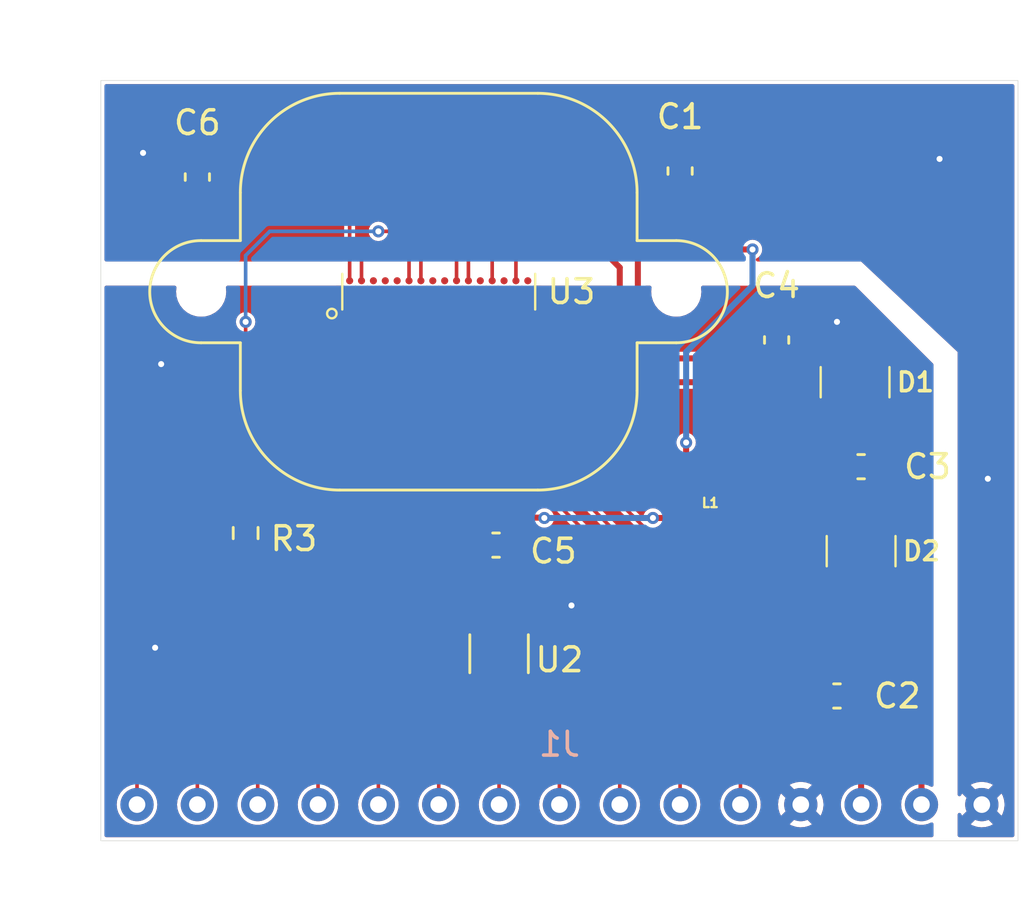
<source format=kicad_pcb>
(kicad_pcb (version 20211014) (generator pcbnew)
  (title_block (title "HRS Breakout Board") (rev "v01") (comment 4 "Author: Tyler Franks"))
  (layers (0 "F.Cu" signal) (31 "B.Cu" signal) (34 "B.Paste" user) (35 "F.Paste" user) (36 "B.SilkS" user "B.Silkscreen") (37 "F.SilkS" user "F.Silkscreen") (38 "B.Mask" user) (39 "F.Mask" user) (44 "Edge.Cuts" user))
  (net 0 "")
  (net 1 "/VDD_7V0")
  (net 2 "/VDD_5V0")
  (net 3 "/VDD_3V")
  (net 4 "/VDD_5V")
  (net 5 "Net-(R3-Pad1)")
  (net 6 "/AGND")
  (net 7 "/PWR_DOWN")
  (net 8 "/CLR_DATA")
  (net 9 "/DATA_RDY")
  (net 10 "/CLR_PIX")
  (net 11 "/SHUTTER")
  (net 12 "/VIDEO_P")
  (net 13 "/READ")
  (net 14 "/SDA")
  (net 15 "/SCL")
  (net 16 "/VDD")
  (net 17 "/DGND")
  (net 18 "Net-(C6-Pad2)")
  (net 19 "/SCLK")
  (net 20 "/SDATA")
  (net 21 "/~{CS}")
  (footprint "HRS:MountingHole_1.6mm" (layer "F.Cu") (at 150.180001 100.329989)
    (fp_text reference "REF**")
    (fp_text value "MountingHole_1.6mm")
    (pad "" np_thru_hole circle (at -4.29 0) (size 1.8 1.8) (drill 1.8) (layers F&B.Cu *.Mask))
  )
  (footprint "HRS:C_0603_1608Metric" (layer "F.Cu") (at 153.67 107.696)
    (fp_text reference "C3" (at 2.794 0) (layer "F.SilkS"))
    (fp_text value "2.2uF")
    (fp_line (start -0.14058 0.51) (end 0.14058 0.51) (layer "F.SilkS") (width 0.12))
    (fp_line (start -0.14058 -0.51) (end 0.14058 -0.51) (layer "F.SilkS") (width 0.12))
    (pad "1" smd roundrect (at -0.775 0) (size 0.9 0.95) (layers "F.Cu" "F.Paste" "F.Mask") (net 6 "/AGND"))
    (pad "2" smd roundrect (at 0.775 0) (size 0.9 0.95) (layers "F.Cu" "F.Paste" "F.Mask") (net 2 "/VDD_5V0"))
  )
  (footprint "HRS:R_0603_1608Metric" (layer "F.Cu") (at 127.762 110.49 -90)
    (fp_text reference "R3" (at 0.237258 -2.032 180) (layer "F.SilkS"))
    (fp_text value "56k")
    (fp_line (start -0.237258 -0.5225) (end 0.237258 -0.5225) (layer "F.SilkS") (width 0.12))
    (fp_line (start -0.237258 0.5225) (end 0.237258 0.5225) (layer "F.SilkS") (width 0.12))
    (pad "1" smd roundrect (at -0.825 0 270) (size 0.8 0.95) (layers "F.Cu" "F.Paste" "F.Mask") (net 5 "Net-(R3-Pad1)"))
    (pad "2" smd roundrect (at 0.825 0 270) (size 0.8 0.95) (layers "F.Cu" "F.Paste" "F.Mask") (net 6 "/AGND"))
  )
  (footprint "HRS:C_0603_1608Metric" (layer "F.Cu") (at 146.05 95.25 -90)
    (fp_text reference "C1" (at -2.286 0 -180) (layer "F.SilkS"))
    (fp_text value "1.0uF")
    (fp_line (start -0.14058 -0.51) (end 0.14058 -0.51) (layer "F.SilkS") (width 0.12))
    (fp_line (start -0.14058 0.51) (end 0.14058 0.51) (layer "F.SilkS") (width 0.12))
    (pad "1" smd roundrect (at -0.775 0 270) (size 0.9 0.95) (layers "F.Cu" "F.Paste" "F.Mask") (net 17 "/DGND"))
    (pad "2" smd roundrect (at 0.775 0 270) (size 0.9 0.95) (layers "F.Cu" "F.Paste" "F.Mask") (net 16 "/VDD"))
  )
  (footprint "HRS:AD7476" (layer "F.Cu") (at 138.43 115.57 -90)
    (fp_text reference "U2" (at 0.254 -2.54 180) (layer "F.SilkS"))
    (fp_text value "AD7476A")
    (fp_line (start -0.8001 1.2319) (end 0.8001 1.2319) (layer "F.SilkS") (width 0.12))
    (fp_line (start 0.8001 -1.2319) (end -0.8001 -1.2319) (layer "F.SilkS") (width 0.12))
    (pad "1" smd rect (at -1.108451 -0.649999 270) (size 0.870699 0.3548) (layers "F.Cu" "F.Paste" "F.Mask") (net 3 "/VDD_3V"))
    (pad "2" smd rect (at -1.108451 0 270) (size 0.870699 0.3548) (layers "F.Cu" "F.Paste" "F.Mask") (net 6 "/AGND"))
    (pad "3" smd rect (at -1.108451 0.649999 270) (size 0.870699 0.3548) (layers "F.Cu" "F.Paste" "F.Mask") (net 12 "/VIDEO_P"))
    (pad "4" smd rect (at 1.108451 0.649999 270) (size 0.870699 0.3548) (layers "F.Cu" "F.Paste" "F.Mask") (net 19 "/SCLK"))
    (pad "5" smd rect (at 1.108451 0 270) (size 0.870699 0.3548) (layers "F.Cu" "F.Paste" "F.Mask") (net 20 "/SDATA"))
    (pad "6" smd rect (at 1.108451 -0.649999 270) (size 0.870699 0.3548) (layers "F.Cu" "F.Paste" "F.Mask") (net 21 "/~{CS}"))
  )
  (footprint "HRS:MountingHole_1.6mm" (layer "F.Cu") (at 126.050001 100.329989)
    (fp_text reference "REF**")
    (fp_text value "MountingHole_1.6mm")
    (pad "" np_thru_hole circle (at -0.160001 0.000011) (size 1.8 1.8) (drill 1.8) (layers F&B.Cu *.Mask))
  )
  (footprint "HRS:SOT143(B)" (layer "F.Cu") (at 153.67 111.252 180)
    (fp_text reference "D2" (at -2.54 0) (layer "F.SilkS") (effects (font (size 0.788354 0.788354))))
    (fp_text value "BAT74,215")
    (fp_line (start -1.4478 0.635) (end -1.4478 -0.635) (layer "F.SilkS") (width 0.1016))
    (fp_line (start 1.4478 0.635) (end 1.4478 -0.635) (layer "F.SilkS") (width 0.1016))
    (pad "1" smd rect (at -0.75 1 180) (size 1 0.7) (layers "F.Cu" "F.Paste" "F.Mask") (net 2 "/VDD_5V0"))
    (pad "2" smd rect (at 0.95 1 180) (size 0.6 0.7) (layers "F.Cu" "F.Paste" "F.Mask"))
    (pad "3" smd rect (at 0.95 -1 180) (size 0.6 0.7) (layers "F.Cu" "F.Paste" "F.Mask"))
    (pad "4" smd rect (at -0.95 -1 180) (size 0.6 0.7) (layers "F.Cu" "F.Paste" "F.Mask") (net 4 "/VDD_5V"))
  )
  (footprint "HRS:Breakout Board Connector" (layer "F.Cu") (at 140.97 121.92)
    (fp_text reference "J1" (at 0 -2.54 unlocked) (layer "B.SilkS") (effects (justify mirror)))
    (fp_text value "Conn_01x15")
    (pad "1" thru_hole circle (at -17.78 0) (size 1.4 1.4) (drill 0.7) (layers *.Cu *.Mask) (net 7 "/PWR_DOWN"))
    (pad "2" thru_hole circle (at -15.24 0) (size 1.4 1.4) (drill 0.7) (layers *.Cu *.Mask) (net 8 "/CLR_DATA"))
    (pad "3" thru_hole circle (at -12.7 0) (size 1.4 1.4) (drill 0.7) (layers *.Cu *.Mask) (net 9 "/DATA_RDY"))
    (pad "4" thru_hole circle (at -10.16 0) (size 1.4 1.4) (drill 0.7) (layers *.Cu *.Mask) (net 10 "/CLR_PIX"))
    (pad "5" thru_hole circle (at -7.62 0) (size 1.4 1.4) (drill 0.7) (layers *.Cu *.Mask) (net 11 "/SHUTTER"))
    (pad "6" thru_hole circle (at -5.08 0) (size 1.4 1.4) (drill 0.7) (layers *.Cu *.Mask) (net 19 "/SCLK"))
    (pad "7" thru_hole circle (at -2.54 0) (size 1.4 1.4) (drill 0.7) (layers *.Cu *.Mask) (net 20 "/SDATA"))
    (pad "8" thru_hole circle (at 0 0) (size 1.4 1.4) (drill 0.7) (layers *.Cu *.Mask) (net 21 "/~{CS}"))
    (pad "9" thru_hole circle (at 2.54 0) (size 1.4 1.4) (drill 0.7) (layers *.Cu *.Mask) (net 13 "/READ"))
    (pad "10" thru_hole circle (at 5.08 0) (size 1.4 1.4) (drill 0.7) (layers *.Cu *.Mask) (net 14 "/SDA"))
    (pad "11" thru_hole circle (at 7.62 0) (size 1.4 1.4) (drill 0.7) (layers *.Cu *.Mask) (net 15 "/SCL"))
    (pad "12" thru_hole circle (at 10.16 0) (size 1.4 1.4) (drill 0.7) (layers *.Cu *.Mask) (net 6 "/AGND"))
    (pad "13" thru_hole circle (at 12.7 0) (size 1.4 1.4) (drill 0.7) (layers *.Cu *.Mask) (net 3 "/VDD_3V"))
    (pad "14" thru_hole circle (at 15.24 0) (size 1.4 1.4) (drill 0.7) (layers *.Cu *.Mask) (net 4 "/VDD_5V"))
    (pad "15" thru_hole circle (at 17.78 0) (size 1.4 1.4) (drill 0.7) (layers *.Cu *.Mask) (net 17 "/DGND"))
  )
  (footprint "HRS:C_0603_1608Metric" (layer "F.Cu") (at 125.73 95.504 90)
    (fp_text reference "C6" (at 2.286 0 180) (layer "F.SilkS"))
    (fp_text value "1.0uF")
    (fp_line (start -0.14058 0.51) (end 0.14058 0.51) (layer "F.SilkS") (width 0.12))
    (fp_line (start -0.14058 -0.51) (end 0.14058 -0.51) (layer "F.SilkS") (width 0.12))
    (pad "1" smd roundrect (at -0.775 0 90) (size 0.9 0.95) (layers "F.Cu" "F.Paste" "F.Mask") (net 17 "/DGND"))
    (pad "2" smd roundrect (at 0.775 0 90) (size 0.9 0.95) (layers "F.Cu" "F.Paste" "F.Mask") (net 18 "Net-(C6-Pad2)"))
  )
  (footprint "HRS:BEADC1005X55N" (layer "F.Cu") (at 146.304 109.22 90)
    (fp_text reference "L1" (at 0 1.016 180) (layer "F.SilkS") (effects (font (size 0.393701 0.393701))))
    (fp_text value "600")
    (pad "1" smd rect (at -0.432 0 90) (size 0.54 0.6) (layers "F.Cu" "F.Paste" "F.Mask") (net 3 "/VDD_3V"))
    (pad "2" smd rect (at 0.432 0 90) (size 0.54 0.6) (layers "F.Cu" "F.Paste" "F.Mask") (net 16 "/VDD"))
  )
  (footprint "HRS:C_0603_1608Metric" (layer "F.Cu") (at 150.114 102.362 -90)
    (fp_text reference "C4" (at -2.286 0) (layer "F.SilkS"))
    (fp_text value "2.2uF")
    (fp_line (start -0.14058 -0.51) (end 0.14058 -0.51) (layer "F.SilkS") (width 0.12))
    (fp_line (start -0.14058 0.51) (end 0.14058 0.51) (layer "F.SilkS") (width 0.12))
    (pad "1" smd roundrect (at -0.775 0 270) (size 0.9 0.95) (layers "F.Cu" "F.Paste" "F.Mask") (net 6 "/AGND"))
    (pad "2" smd roundrect (at 0.775 0 270) (size 0.9 0.95) (layers "F.Cu" "F.Paste" "F.Mask") (net 1 "/VDD_7V0"))
  )
  (footprint "HRS:C_0603_1608Metric" (layer "F.Cu") (at 138.303 110.998)
    (fp_text reference "C5" (at 2.413 0.254) (layer "F.SilkS"))
    (fp_text value "1.0uF")
    (fp_line (start -0.14058 0.51) (end 0.14058 0.51) (layer "F.SilkS") (width 0.12))
    (fp_line (start -0.14058 -0.51) (end 0.14058 -0.51) (layer "F.SilkS") (width 0.12))
    (pad "1" smd roundrect (at -0.775 0) (size 0.9 0.95) (layers "F.Cu" "F.Paste" "F.Mask") (net 6 "/AGND"))
    (pad "2" smd roundrect (at 0.775 0) (size 0.9 0.95) (layers "F.Cu" "F.Paste" "F.Mask") (net 3 "/VDD_3V"))
  )
  (footprint "HRS:EPC901" (layer "F.Cu") (at 135.89 100.33)
    (fp_text reference "U3" (at 5.588 0 unlocked) (layer "F.SilkS"))
    (fp_text value "epc901")
    (fp_line (start -4.06 0.75) (end -4.06 -0.75) (layer "F.SilkS") (width 0.1))
    (fp_line (start 4.06 -0.75) (end 4.06 0.75) (layer "F.SilkS") (width 0.1))
    (fp_circle (center -4.5 0.92) (end -4.3 0.92) (layer "F.SilkS") (width 0.1) (fill none))
    (pad "1" smd circle (at -3.75 0.46) (size 0.3 0.3) (layers "F.Cu" "F.Paste" "F.Mask") (net 6 "/AGND"))
    (pad "2" smd circle (at -3.25 0.46) (size 0.3 0.3) (layers "F.Cu" "F.Paste" "F.Mask") (net 7 "/PWR_DOWN"))
    (pad "3" smd circle (at -2.75 0.46) (size 0.3 0.3) (layers "F.Cu" "F.Paste" "F.Mask") (net 8 "/CLR_DATA"))
    (pad "4" smd circle (at -2.25 0.46) (size 0.3 0.3) (layers "F.Cu" "F.Paste" "F.Mask") (net 9 "/DATA_RDY"))
    (pad "5" smd circle (at -1.75 0.46) (size 0.3 0.3) (layers "F.Cu" "F.Paste" "F.Mask") (net 10 "/CLR_PIX"))
    (pad "6" smd circle (at -1.25 0.46) (size 0.3 0.3) (layers "F.Cu" "F.Paste" "F.Mask") (net 11 "/SHUTTER"))
    (pad "7" smd circle (at -0.75 0.46) (size 0.3 0.3) (layers "F.Cu" "F.Paste" "F.Mask") (net 6 "/AGND"))
    (pad "8" smd circle (at -0.25 0.46) (size 0.3 0.3) (layers "F.Cu" "F.Paste" "F.Mask") (net 6 "/AGND"))
    (pad "9" smd circle (at 0.25 0.46) (size 0.3 0.3) (layers "F.Cu" "F.Paste" "F.Mask") (net 12 "/VIDEO_P"))
    (pad "10" smd circle (at 0.75 0.46) (size 0.3 0.3) (layers "F.Cu" "F.Paste" "F.Mask") (net 3 "/VDD_3V"))
    (pad "11" smd circle (at 1.25 0.46) (size 0.3 0.3) (layers "F.Cu" "F.Paste" "F.Mask") (net 6 "/AGND"))
    (pad "12" smd circle (at 1.75 0.46) (size 0.3 0.3) (layers "F.Cu" "F.Paste" "F.Mask") (net 13 "/READ"))
    (pad "13" smd circle (at 2.25 0.46) (size 0.3 0.3) (layers "F.Cu" "F.Paste" "F.Mask") (net 14 "/SDA"))
    (pad "14" smd circle (at 2.75 0.46) (size 0.3 0.3) (layers "F.Cu" "F.Paste" "F.Mask") (net 15 "/SCL"))
    (pad "15" smd circle (at 3.25 0.46) (size 0.3 0.3) (layers "F.Cu" "F.Paste" "F.Mask"))
    (pad "16" smd circle (at 3.75 0.46) (size 0.3 0.3) (layers "F.Cu" "F.Paste" "F.Mask") (net 6 "/AGND"))
    (pad "17" smd circle (at 3.75 -0.46) (size 0.3 0.3) (layers "F.Cu" "F.Paste" "F.Mask"))
    (pad "18" smd circle (at 3.25 -0.46) (size 0.3 0.3) (layers "F.Cu" "F.Paste" "F.Mask") (net 2 "/VDD_5V0"))
    (pad "19" smd circle (at 2.75 -0.46) (size 0.3 0.3) (layers "F.Cu" "F.Paste" "F.Mask"))
    (pad "20" smd circle (at 2.25 -0.46) (size 0.3 0.3) (layers "F.Cu" "F.Paste" "F.Mask") (net 1 "/VDD_7V0"))
    (pad "21" smd circle (at 1.75 -0.46) (size 0.3 0.3) (layers "F.Cu" "F.Paste" "F.Mask"))
    (pad "22" smd circle (at 1.25 -0.46) (size 0.3 0.3) (layers "F.Cu" "F.Paste" "F.Mask") (net 16 "/VDD"))
    (pad "23" smd circle (at 0.75 -0.462351) (size 0.3 0.3) (layers "F.Cu" "F.Paste" "F.Mask") (net 16 "/VDD"))
    (pad "24" smd circle (at 0.25 -0.46) (size 0.3 0.3) (layers "F.Cu" "F.Paste" "F.Mask"))
    (pad "25" smd circle (at -0.25 -0.46) (size 0.3 0.3) (layers "F.Cu" "F.Paste" "F.Mask"))
    (pad "26" smd circle (at -0.75 -0.46) (size 0.3 0.3) (layers "F.Cu" "F.Paste" "F.Mask") (net 16 "/VDD"))
    (pad "27" smd circle (at -1.25 -0.46) (size 0.3 0.3) (layers "F.Cu" "F.Paste" "F.Mask") (net 5 "Net-(R3-Pad1)"))
    (pad "28" smd circle (at -1.75 -0.46) (size 0.3 0.3) (layers "F.Cu" "F.Paste" "F.Mask"))
    (pad "29" smd circle (at -2.25 -0.46 90) (size 0.3 0.3) (layers "F.Cu" "F.Paste" "F.Mask"))
    (pad "30" smd circle (at -2.75 -0.46) (size 0.3 0.3) (layers "F.Cu" "F.Paste" "F.Mask"))
    (pad "31" smd circle (at -3.25 -0.46) (size 0.3 0.3) (layers "F.Cu" "F.Paste" "F.Mask") (net 17 "/DGND"))
    (pad "32" smd circle (at -3.75 -0.46) (size 0.3 0.3) (layers "F.Cu" "F.Paste" "F.Mask") (net 18 "Net-(C6-Pad2)"))
  )
  (footprint "HRS:SOT143(B)" (layer "F.Cu") (at 153.416 104.14 180)
    (fp_text reference "D1" (at -2.54 0) (layer "F.SilkS") (effects (font (size 0.788354 0.788354))))
    (fp_text value "BAT74,215")
    (fp_line (start -1.4478 0.635) (end -1.4478 -0.635) (layer "F.SilkS") (width 0.1016))
    (fp_line (start 1.4478 0.635) (end 1.4478 -0.635) (layer "F.SilkS") (width 0.1016))
    (pad "1" smd rect (at -0.75 1 180) (size 1 0.7) (layers "F.Cu" "F.Paste" "F.Mask") (net 1 "/VDD_7V0"))
    (pad "2" smd rect (at 0.95 1 180) (size 0.6 0.7) (layers "F.Cu" "F.Paste" "F.Mask") (net 1 "/VDD_7V0"))
    (pad "3" smd rect (at 0.95 -1 180) (size 0.6 0.7) (layers "F.Cu" "F.Paste" "F.Mask") (net 3 "/VDD_3V"))
    (pad "4" smd rect (at -0.95 -1 180) (size 0.6 0.7) (layers "F.Cu" "F.Paste" "F.Mask") (net 2 "/VDD_5V0"))
  )
  (footprint "HRS:C_0603_1608Metric" (layer "F.Cu") (at 152.654 117.348 180)
    (fp_text reference "C2" (at -2.54 0) (layer "F.SilkS"))
    (fp_text value "1.0uF")
    (fp_line (start -0.14058 -0.51) (end 0.14058 -0.51) (layer "F.SilkS") (width 0.12))
    (fp_line (start -0.14058 0.51) (end 0.14058 0.51) (layer "F.SilkS") (width 0.12))
    (pad "1" smd roundrect (at -0.775 0 180) (size 0.9 0.95) (layers "F.Cu" "F.Paste" "F.Mask") (net 3 "/VDD_3V"))
    (pad "2" smd roundrect (at 0.775 0 180) (size 0.9 0.95) (layers "F.Cu" "F.Paste" "F.Mask") (net 6 "/AGND"))
  )
  (gr_line (start 127.540001 102.479989) (end 127.540001 104.499989) (layer "F.SilkS") (width 0.12))
  (gr_arc (start 131.720001 108.679989) (mid 128.764295 107.455695) (end 127.540001 104.499989) (layer "F.SilkS") (width 0.12))
  (gr_line (start 127.540001 98.179989) (end 127.540001 96.159989) (layer "F.SilkS") (width 0.12))
  (gr_line (start 140.060001 108.679989) (end 131.720001 108.679989) (layer "F.SilkS") (width 0.12))
  (gr_arc (start 144.240001 104.499989) (mid 143.015707 107.455695) (end 140.060001 108.679989) (layer "F.SilkS") (width 0.12))
  (gr_line (start 131.720001 91.979989) (end 140.060001 91.979989) (layer "F.SilkS") (width 0.12))
  (gr_line (start 145.890001 98.179989) (end 144.240001 98.179989) (layer "F.SilkS") (width 0.12))
  (gr_arc (start 145.890001 98.179989) (mid 148.040001 100.329989) (end 145.890001 102.479989) (layer "F.SilkS") (width 0.12))
  (gr_arc (start 127.540001 96.159989) (mid 128.764295 93.204283) (end 131.720001 91.979989) (layer "F.SilkS") (width 0.12))
  (gr_arc (start 125.890001 102.479989) (mid 123.740001 100.329989) (end 125.890001 98.179989) (layer "F.SilkS") (width 0.12))
  (gr_line (start 127.540001 98.179989) (end 125.890001 98.179989) (layer "F.SilkS") (width 0.12))
  (gr_line (start 125.890001 102.479989) (end 127.540001 102.479989) (layer "F.SilkS") (width 0.12))
  (gr_line (start 144.240001 102.479989) (end 144.240001 104.499989) (layer "F.SilkS") (width 0.12))
  (gr_arc (start 140.060001 91.979989) (mid 143.015707 93.204283) (end 144.240001 96.159989) (layer "F.SilkS") (width 0.12))
  (gr_line (start 144.240001 96.159989) (end 144.240001 98.179989) (layer "F.SilkS") (width 0.12))
  (gr_line (start 145.890001 102.479989) (end 144.240001 102.479989) (layer "F.SilkS") (width 0.12))
  (gr_rect (start 121.666 123.444) (end 160.274 91.44) (layer "Edge.Cuts") (width 0.0254) (fill none))
  (segment (start 144.272 98.806) (end 142.748 97.282) (width 0.254) (layer "F.Cu") (net 1))
  (segment (start 150.143 103.14) (end 150.114 103.111) (width 0.1524) (layer "F.Cu") (net 1))
  (segment (start 144.272 101.854) (end 144.272 98.806) (width 0.254) (layer "F.Cu") (net 1))
  (segment (start 145.555 103.137) (end 144.272 101.854) (width 0.254) (layer "F.Cu") (net 1))
  (segment (start 152.466 103.14) (end 150.143 103.14) (width 0.254) (layer "F.Cu") (net 1))
  (segment (start 142.748 97.282) (end 139.446 97.282) (width 0.254) (layer "F.Cu") (net 1))
  (segment (start 154.166 103.14) (end 152.466 103.14) (width 0.254) (layer "F.Cu") (net 1))
  (segment (start 138.14 98.588) (end 138.14 99.87) (width 0.1524) (layer "F.Cu") (net 1))
  (segment (start 139.446 97.282) (end 138.14 98.588) (width 0.254) (layer "F.Cu") (net 1))
  (segment (start 150.114 103.137) (end 145.555 103.137) (width 0.254) (layer "F.Cu") (net 1))
  (segment (start 142.24 98.044) (end 139.7 98.044) (width 0.254) (layer "F.Cu") (net 2))
  (segment (start 154.366 107.617) (end 154.366 105.14) (width 0.254) (layer "F.Cu") (net 2))
  (segment (start 139.14 98.604) (end 139.7 98.044) (width 0.254) (layer "F.Cu") (net 2))
  (segment (start 143.51 102.362) (end 143.51 99.314) (width 0.254) (layer "F.Cu") (net 2))
  (segment (start 143.51 99.314) (end 142.24 98.044) (width 0.254) (layer "F.Cu") (net 2))
  (segment (start 153.924 104.14) (end 145.288 104.14) (width 0.254) (layer "F.Cu") (net 2))
  (segment (start 145.288 104.14) (end 143.51 102.362) (width 0.254) (layer "F.Cu") (net 2))
  (segment (start 154.42 110.252) (end 154.42 107.721) (width 0.254) (layer "F.Cu") (net 2))
  (segment (start 154.366 105.14) (end 154.366 104.582) (width 0.254) (layer "F.Cu") (net 2))
  (segment (start 154.445 107.696) (end 154.366 107.617) (width 0.1524) (layer "F.Cu") (net 2))
  (segment (start 139.14 99.87) (end 139.14 98.604) (width 0.1524) (layer "F.Cu") (net 2))
  (segment (start 154.366 104.582) (end 153.924 104.14) (width 0.254) (layer "F.Cu") (net 2))
  (segment (start 154.42 107.721) (end 154.445 107.696) (width 0.1524) (layer "F.Cu") (net 2))
  (segment (start 139.078005 110.998) (end 139.078005 109.487005) (width 0.254) (layer "F.Cu") (net 3))
  (segment (start 146.101 109.855) (end 144.907 109.855) (width 0.254) (layer "F.Cu") (net 3))
  (segment (start 139.080011 114.461544) (end 139.080011 111.000007) (width 0.254) (layer "F.Cu") (net 3))
  (segment (start 151.13 108.712) (end 151.13 107.696) (width 0.254) (layer "F.Cu") (net 3))
  (segment (start 153.429 117.348) (end 153.429 115.202) (width 0.254) (layer "F.Cu") (net 3))
  (segment (start 136.640011 102.096011) (end 136.64 102.096) (width 0.254) (layer "F.Cu") (net 3))
  (segment (start 153.429 115.202) (end 151.3205 113.0935) (width 0.254) (layer "F.Cu") (net 3))
  (segment (start 139.078005 109.487005) (end 136.640011 107.049011) (width 0.254) (layer "F.Cu") (net 3))
  (segment (start 149.0345 110.8075) (end 147.879003 109.652003) (width 0.254) (layer "F.Cu") (net 3))
  (segment (start 139.079999 110.999999) (end 139.078 110.998) (width 0.1524) (layer "F.Cu") (net 3))
  (segment (start 151.3205 113.0935) (end 149.0345 110.8075) (width 0.254) (layer "F.Cu") (net 3))
  (segment (start 146.304 109.652) (end 146.101 109.855) (width 0.254) (layer "F.Cu") (net 3))
  (segment (start 136.64 100.79) (end 136.64 102.096) (width 0.1524) (layer "F.Cu") (net 3))
  (segment (start 153.67 117.589) (end 153.429 117.348) (width 0.1524) (layer "F.Cu") (net 3))
  (segment (start 140.322 109.842) (end 140.335 109.855) (width 0.1524) (layer "F.Cu") (net 3))
  (segment (start 139.078005 109.841995) (end 140.321995 109.841995) (width 0.254) (layer "F.Cu") (net 3))
  (segment (start 152.466 106.36) (end 152.466 105.14) (width 0.254) (layer "F.Cu") (net 3))
  (segment (start 136.640011 107.049011) (end 136.640011 102.096011) (width 0.254) (layer "F.Cu") (net 3))
  (segment (start 153.67 121.92) (end 153.67 117.588995) (width 0.254) (layer "F.Cu") (net 3))
  (segment (start 151.13 107.696) (end 152.466 106.36) (width 0.254) (layer "F.Cu") (net 3))
  (segment (start 147.879003 109.652003) (end 146.304 109.652003) (width 0.254) (layer "F.Cu") (net 3))
  (segment (start 149.0345 110.8075) (end 151.13 108.712) (width 0.254) (layer "F.Cu") (net 3))
  (via (at 144.907 109.855) (size 0.508) (drill 0.254) (layers "F.Cu" "B.Cu") (net 3))
  (via (at 140.335 109.855) (size 0.508) (drill 0.254) (layers "F.Cu" "B.Cu") (net 3))
  (segment (start 140.335 109.855) (end 144.907 109.855) (width 0.254) (layer "B.Cu") (net 3))
  (segment (start 156.21 116.84) (end 154.62 115.25) (width 0.254) (layer "F.Cu") (net 4))
  (segment (start 156.21 121.92) (end 156.21 116.84) (width 0.254) (layer "F.Cu") (net 4))
  (segment (start 154.62 115.25) (end 154.62 112.252) (width 0.254) (layer "F.Cu") (net 4))
  (segment (start 133.35 97.79) (end 134.112 97.79) (width 0.1524) (layer "F.Cu") (net 5))
  (segment (start 134.112 97.79) (end 134.64 98.318) (width 0.1524) (layer "F.Cu") (net 5))
  (segment (start 134.64 98.318) (end 134.64 99.87) (width 0.1524) (layer "F.Cu") (net 5))
  (segment (start 127.762 109.665) (end 127.762 101.6) (width 0.1524) (layer "F.Cu") (net 5))
  (via (at 127.762 101.6) (size 0.508) (drill 0.254) (layers "F.Cu" "B.Cu") (net 5))
  (via (at 133.35 97.79) (size 0.508) (drill 0.254) (layers "F.Cu" "B.Cu") (net 5))
  (segment (start 127.762 98.806) (end 128.778 97.79) (width 0.1524) (layer "B.Cu") (net 5))
  (segment (start 127.762 101.6) (end 127.762 98.806) (width 0.1524) (layer "B.Cu") (net 5))
  (segment (start 128.778 97.79) (end 133.35 97.79) (width 0.1524) (layer "B.Cu") (net 5))
  (segment (start 137.14 100.79) (end 137.14 101.58) (width 0.1524) (layer "F.Cu") (net 6))
  (segment (start 137.16 101.6) (end 137.14 101.58) (width 0.1524) (layer "F.Cu") (net 6))
  (segment (start 135.64 100.79) (end 135.64 101.596) (width 0.1524) (layer "F.Cu") (net 6))
  (segment (start 135.14 100.79) (end 135.14 101.588) (width 0.1524) (layer "F.Cu") (net 6))
  (via (at 124.206 103.378) (size 0.508) (drill 0.254) (layers "F.Cu" "B.Cu") (net 6))
  (via (at 141.478 113.538) (size 0.508) (drill 0.254) (layers "F.Cu" "B.Cu") (net 6))
  (via (at 152.654 101.6) (size 0.508) (drill 0.254) (layers "F.Cu" "B.Cu") (net 6))
  (via (at 123.952 115.316) (size 0.508) (drill 0.254) (layers "F.Cu" "B.Cu") (net 6))
  (segment (start 132.64 110.946) (end 123.19 120.396) (width 0.1524) (layer "F.Cu") (net 7))
  (segment (start 123.19 120.396) (end 123.19 121.92) (width 0.1524) (layer "F.Cu") (net 7))
  (segment (start 132.64 100.79) (end 132.64 110.946) (width 0.1524) (layer "F.Cu") (net 7))
  (segment (start 133.14 112.605) (end 125.73 120.015) (width 0.1524) (layer "F.Cu") (net 8))
  (segment (start 125.73 120.015) (end 125.73 121.92) (width 0.1524) (layer "F.Cu") (net 8))
  (segment (start 133.14 100.79) (end 133.14 112.605) (width 0.1524) (layer "F.Cu") (net 8))
  (segment (start 133.64 100.79) (end 133.64 114.645) (width 0.1524) (layer "F.Cu") (net 9))
  (segment (start 133.64 114.645) (end 128.27 120.015) (width 0.1524) (layer "F.Cu") (net 9))
  (segment (start 128.27 120.015) (end 128.27 121.92) (width 0.1524) (layer "F.Cu") (net 9))
  (segment (start 134.14 100.79) (end 134.14 116.685) (width 0.1524) (layer "F.Cu") (net 10))
  (segment (start 134.14 116.685) (end 130.81 120.015) (width 0.1524) (layer "F.Cu") (net 10))
  (segment (start 130.81 120.015) (end 130.81 121.92) (width 0.1524) (layer "F.Cu") (net 10))
  (segment (start 134.64 118.725) (end 133.35 120.015) (width 0.1524) (layer "F.Cu") (net 11))
  (segment (start 134.64 100.79) (end 134.64 118.725) (width 0.1524) (layer "F.Cu") (net 11))
  (segment (start 133.35 120.015) (end 133.35 121.92) (width 0.1524) (layer "F.Cu") (net 11))
  (segment (start 136.144 112.014) (end 137.779989 113.649989) (width 0.254) (layer "F.Cu") (net 12))
  (segment (start 136.14 100.787649) (end 136.144 100.791649) (width 0.1524) (layer "F.Cu") (net 12))
  (segment (start 136.14 100.787649) (end 136.14 102.104) (width 0.1524) (layer "F.Cu") (net 12))
  (segment (start 137.779989 113.649989) (end 137.779989 114.461544) (width 0.254) (layer "F.Cu") (net 12))
  (segment (start 136.144 112.014) (end 136.144 102.108) (width 0.254) (layer "F.Cu") (net 12))
  (segment (start 136.144 102.108) (end 136.14 102.104) (width 0.254) (layer "F.Cu") (net 12))
  (segment (start 137.64 106.017) (end 143.51 111.887) (width 0.1524) (layer "F.Cu") (net 13))
  (segment (start 137.64 100.79) (end 137.64 106.017) (width 0.1524) (layer "F.Cu") (net 13))
  (segment (start 143.51 111.887) (end 143.51 121.92) (width 0.1524) (layer "F.Cu") (net 13))
  (segment (start 138.14 105.247) (end 146.05 113.157) (width 0.1524) (layer "F.Cu") (net 14))
  (segment (start 146.05 113.157) (end 146.05 121.92) (width 0.1524) (layer "F.Cu") (net 14))
  (segment (start 138.14 100.79) (end 138.14 105.247) (width 0.1524) (layer "F.Cu") (net 14))
  (segment (start 148.59 114.3) (end 148.59 121.92) (width 0.1524) (layer "F.Cu") (net 15))
  (segment (start 138.64 100.79) (end 138.64 104.35) (width 0.1524) (layer "F.Cu") (net 15))
  (segment (start 138.64 104.35) (end 148.59 114.3) (width 0.1524) (layer "F.Cu") (net 15))
  (segment (start 135.66 98.044) (end 135.14 98.564) (width 0.1524) (layer "F.Cu") (net 16))
  (segment (start 136.64 99.867649) (end 136.64 98.056) (width 0.1524) (layer "F.Cu") (net 16))
  (segment (start 136.652 98.044) (end 136.64 98.056) (width 0.1524) (layer "F.Cu") (net 16))
  (segment (start 137.14 99.87) (end 137.14 98.278) (width 0.1524) (layer "F.Cu") (net 16))
  (segment (start 136.652 98.044) (end 135.66 98.044) (width 0.1524) (layer "F.Cu") (net 16))
  (segment (start 146.304 108.788) (end 146.304 106.68) (width 0.254) (layer "F.Cu") (net 16))
  (segment (start 136.906 98.044) (end 136.652 98.044) (width 0.1524) (layer "F.Cu") (net 16))
  (segment (start 146.05 96.025) (end 137.909 96.025) (width 0.254) (layer "F.Cu") (net 16))
  (segment (start 149.098 98.552) (end 146.812 98.552) (width 0.254) (layer "F.Cu") (net 16))
  (segment (start 135.14 98.564) (end 135.14 99.87) (width 0.1524) (layer "F.Cu") (net 16))
  (segment (start 146.05 97.79) (end 146.05 96.025) (width 0.254) (layer "F.Cu") (net 16))
  (segment (start 137.909 96.025) (end 136.652 97.282) (width 0.254) (layer "F.Cu") (net 16))
  (segment (start 136.652 97.282) (end 136.652 98.044) (width 0.254) (layer "F.Cu") (net 16))
  (segment (start 146.812 98.552) (end 146.05 97.79) (width 0.254) (layer "F.Cu") (net 16))
  (segment (start 137.14 98.278) (end 136.906 98.044) (width 0.1524) (layer "F.Cu") (net 16))
  (via (at 146.304 106.68) (size 0.508) (drill 0.254) (layers "F.Cu" "B.Cu") (net 16))
  (via (at 149.098 98.552) (size 0.508) (drill 0.254) (layers "F.Cu" "B.Cu") (net 16))
  (segment (start 146.304 102.87) (end 146.304 106.68) (width 0.254) (layer "B.Cu") (net 16))
  (segment (start 149.098 100.076) (end 146.304 102.87) (width 0.254) (layer "B.Cu") (net 16))
  (segment (start 149.098 98.552) (end 149.098 100.076) (width 0.254) (layer "B.Cu") (net 16))
  (segment (start 132.64 99.87) (end 132.64 98.806) (width 0.1524) (layer "F.Cu") (net 17))
  (via (at 156.972 94.742) (size 0.508) (drill 0.254) (layers "F.Cu" "B.Cu") (net 17))
  (via (at 123.444 94.488) (size 0.508) (drill 0.254) (layers "F.Cu" "B.Cu") (net 17))
  (via (at 159.004 108.204) (size 0.508) (drill 0.254) (layers "F.Cu" "B.Cu") (net 17))
  (segment (start 130.797 94.729) (end 125.73 94.729) (width 0.1524) (layer "F.Cu") (net 18))
  (segment (start 132.14 96.072) (end 130.797 94.729) (width 0.1524) (layer "F.Cu") (net 18))
  (segment (start 132.14 99.87) (end 132.14 96.072) (width 0.1524) (layer "F.Cu") (net 18))
  (segment (start 135.89 121.92) (end 135.89 120.015) (width 0.1524) (layer "F.Cu") (net 19))
  (segment (start 135.89 120.015) (end 137.780001 118.124999) (width 0.1524) (layer "F.Cu") (net 19))
  (segment (start 137.780001 118.124999) (end 137.780001 116.678451) (width 0.1524) (layer "F.Cu") (net 19))
  (segment (start 138.43 121.92) (end 138.43 116.678451) (width 0.1524) (layer "F.Cu") (net 20))
  (segment (start 140.97 121.92) (end 140.97 120.015) (width 0.1524) (layer "F.Cu") (net 21))
  (segment (start 139.079999 118.124999) (end 139.079999 116.678451) (width 0.1524) (layer "F.Cu") (net 21))
  (segment (start 140.97 120.015) (end 139.079999 118.124999) (width 0.1524) (layer "F.Cu") (net 21))
  (zone (net 6) (net_name "/AGND") (layer "F.Cu") (connect_pads yes (clearance 0.1524)) (min_thickness 0.1524) (fill yes (thermal_gap 0.254) (thermal_bridge_width 0.508))
    (polygon (pts (xy 140.208 101.346) (xy 131.572 101.346) (xy 131.572 100.076) (xy 140.208 100.076)))
  )
  (zone (net 6) (net_name "/AGND") (layer "F.Cu") (connect_pads (clearance 0.1524)) (min_thickness 0.1524) (fill yes (thermal_gap 0.254) (thermal_bridge_width 0.508))
    (polygon (pts (xy 156.718 103.378) (xy 156.718 123.698) (xy 121.412 123.698) (xy 121.412 100.076) (xy 153.416 100.076)))
  )
  (zone (net 17) (net_name "/DGND") (layers F&B.Cu) (connect_pads thru_hole_only (clearance 0.1524)) (min_thickness 0.1524) (fill yes (thermal_gap 0.254) (thermal_bridge_width 0.508))
    (polygon (pts (xy 160.528 123.698) (xy 157.734 123.698) (xy 157.734 102.87) (xy 153.67 99.06) (xy 121.412001 99.06) (xy 121.412 91.186) (xy 160.528 91.186)))
  )
  (zone (net 6) (net_name "/AGND") (layer "B.Cu") (connect_pads (clearance 0.1524)) (min_thickness 0.1524) (fill yes (thermal_gap 0.254) (thermal_bridge_width 0.508))
    (polygon (pts (xy 156.718 103.378) (xy 156.718 123.698) (xy 121.412 123.698) (xy 121.412 100.076) (xy 153.416 100.076)))
  )
)
</source>
